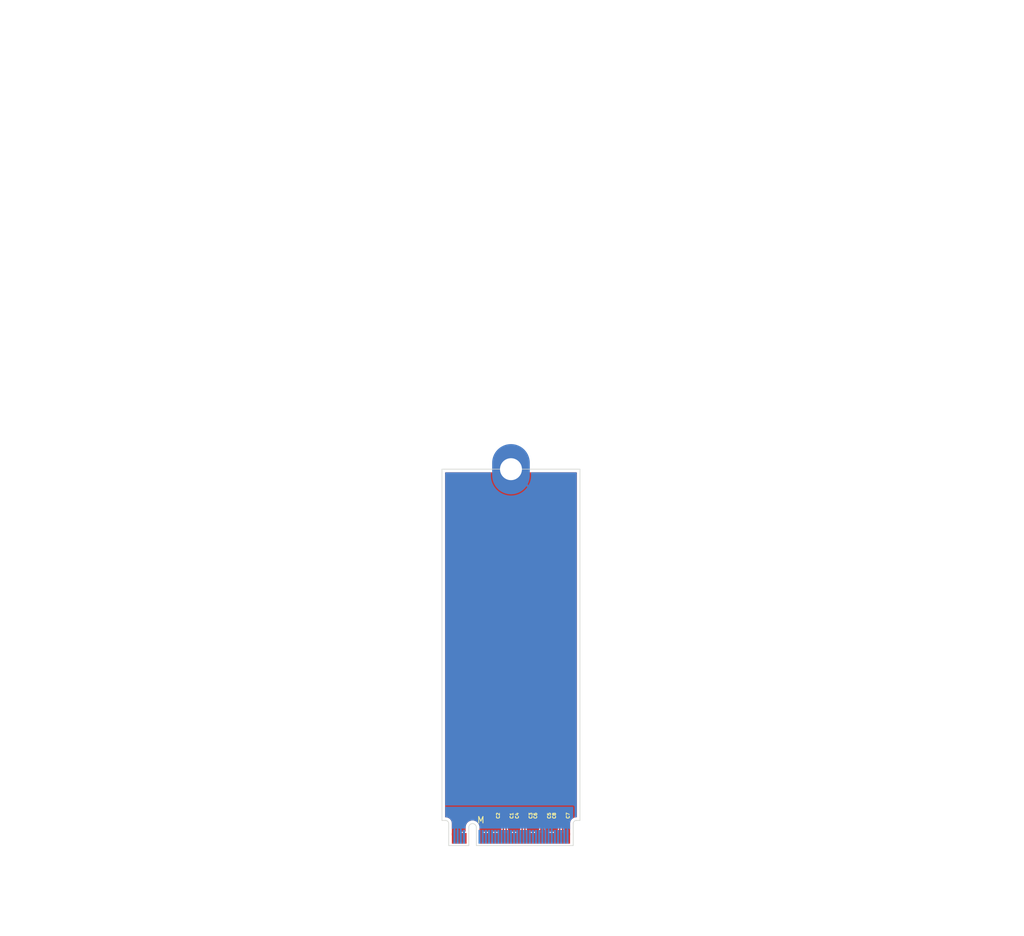
<source format=kicad_pcb>
(kicad_pcb (version 20241229) (generator "pcbnew") (generator_version "9.0")
  (layers (0 "F.Cu" signal) (2 "B.Cu" signal) (13 "F.Paste" user) (15 "B.Paste" user) (5 "F.SilkS" user "F.Silkscreen") (7 "B.SilkS" user "B.Silkscreen") (1 "F.Mask" user) (3 "B.Mask" user) (25 "Edge.Cuts" user))
  (net 0 "")
  (net 1 "/M.2 M Key/PET2P")
  (net 2 "/PET2+")
  (net 3 "/M.2 M Key/PET3P")
  (net 4 "/PET3+")
  (net 5 "/M.2 M Key/PET0N")
  (net 6 "/PET0-")
  (net 7 "/M.2 M Key/PET1N")
  (net 8 "/PET1-")
  (net 9 "/M.2 M Key/PET1P")
  (net 10 "/PET1+")
  (net 11 "/M.2 M Key/PET2N")
  (net 12 "/PET2-")
  (net 13 "/M.2 M Key/PET0P")
  (net 14 "/PET0+")
  (net 15 "/M.2 M Key/PET3N")
  (net 16 "/PET3-")
  (net 17 "GND")
  (net 18 "+3.3V")
  (net 21 "/LED1#")
  (net 22 "/PER3-")
  (net 23 "/PER3+")
  (net 26 "/PER2-")
  (net 28 "/PER2+")
  (net 34 "/PER1-")
  (net 36 "/PER1+")
  (net 37 "/DEVSLP")
  (net 42 "/PER0-")
  (net 44 "/PER0+")
  (net 45 "/PERST#")
  (net 46 "/CLKREQ#")
  (net 47 "/REFCLK-")
  (net 48 "/PEWAKE#")
  (net 49 "/REFCLK+")
  (net 53 "/SUSCLK")
  (net 54 "/PEDET")
  (footprint "Capacitor_SMD:C_0201_0603Metric" (layer "F.Cu") (at 113.805 154.75 90)
    (property "Reference" "C5" (at 0 0.74 90) (layer "F.SilkS") (effects (font (size 0.5 0.5))))
    (property "Value" "220nF")
    (pad "1" smd roundrect (at -0.32 0 90) (size 0.46 0.4) (layers "F.Cu" "F.Mask") (net 11 "/M.2 M Key/PET2N"))
    (pad "2" smd roundrect (at 0.32 0 90) (size 0.46 0.4) (layers "F.Cu" "F.Mask") (net 12 "/PET2-"))
  )
  (footprint "Capacitor_SMD:C_0201_0603Metric" (layer "F.Cu") (at 116.105 154.75 90)
    (property "Reference" "C8" (at 0 -0.75 90) (layer "F.SilkS") (effects (font (size 0.5 0.5))))
    (property "Value" "220nF")
    (pad "1" smd roundrect (at -0.32 0 90) (size 0.46 0.4) (layers "F.Cu" "F.Mask") (net 3 "/M.2 M Key/PET3P"))
    (pad "2" smd roundrect (at 0.32 0 90) (size 0.46 0.4) (layers "F.Cu" "F.Mask") (net 4 "/PET3+"))
  )
  (footprint "Capacitor_SMD:C_0201_0603Metric" (layer "F.Cu") (at 107.105 154.75 90)
    (property "Reference" "C2" (at 0 -0.705 90) (layer "F.SilkS") (effects (font (size 0.5 0.5))))
    (property "Value" "220nF")
    (pad "1" smd roundrect (at -0.32 0 90) (size 0.46 0.4) (layers "F.Cu" "F.Mask") (net 13 "/M.2 M Key/PET0P"))
    (pad "2" smd roundrect (at 0.32 0 90) (size 0.46 0.4) (layers "F.Cu" "F.Mask") (net 14 "/PET0+"))
  )
  (footprint "Capacitor_SMD:C_0201_0603Metric" (layer "F.Cu") (at 107.805 154.75 90)
    (property "Reference" "C1" (at 0 0.765 90) (layer "F.SilkS") (effects (font (size 0.5 0.5))))
    (property "Value" "220nF")
    (pad "1" smd roundrect (at -0.32 0 90) (size 0.46 0.4) (layers "F.Cu" "F.Mask") (net 5 "/M.2 M Key/PET0N"))
    (pad "2" smd roundrect (at 0.32 0 90) (size 0.46 0.4) (layers "F.Cu" "F.Mask") (net 6 "/PET0-"))
  )
  (footprint "PCIexpress:M.2 Mounting Pad" (layer "F.Cu") (at 108.455 99.51)
    (property "Reference" "H1")
    (property "Value" "MountingHole_Pad")
    (pad "1" thru_hole circle (at 0 0) (size 5.5 5.5) (drill 3.5) (property pad_prop_castellated) (layers "*.Cu" "*.Mask") (net 17 "GND") (padstack (mode front_inner_back) (layer "Inner" (shape circle) (size 5.5 5.5)) (layer "B.Cu" (shape oval) (size 6 8))))
  )
  (footprint "Capacitor_SMD:C_0201_0603Metric" (layer "F.Cu") (at 110.805 154.75 90)
    (property "Reference" "C3" (at 0 0.795 90) (layer "F.SilkS") (effects (font (size 0.5 0.5))))
    (property "Value" "220nF")
    (pad "1" smd roundrect (at -0.32 0 90) (size 0.46 0.4) (layers "F.Cu" "F.Mask") (net 7 "/M.2 M Key/PET1N"))
    (pad "2" smd roundrect (at 0.32 0 90) (size 0.46 0.4) (layers "F.Cu" "F.Mask") (net 8 "/PET1-"))
  )
  (footprint "PCIexpress:M.2 M Key Connector" (layer "F.Cu") (at 108.455 158.4)
    (property "Reference" "J1")
    (property "Value" "~")
    (fp_line (start -11 -2.89) (end -10.425 -2.89) (stroke (width 0.1)) (layer "Edge.Cuts"))
    (fp_line (start -9.925 -2.39) (end -9.925 1.11) (stroke (width 0.1)) (layer "Edge.Cuts"))
    (fp_line (start -6.725 -1.79) (end -6.725 1.11) (stroke (width 0.1)) (layer "Edge.Cuts"))
    (fp_line (start -6.725 1.11) (end -9.925 1.11) (stroke (width 0.1)) (layer "Edge.Cuts"))
    (fp_line (start -5.525 -1.79) (end -5.525 1.11) (stroke (width 0.1)) (layer "Edge.Cuts"))
    (fp_line (start -5.525 1.11) (end 9.925 1.11) (stroke (width 0.1)) (layer "Edge.Cuts"))
    (fp_line (start 9.925 -2.39) (end 9.925 1.11) (stroke (width 0.1)) (layer "Edge.Cuts"))
    (fp_line (start 10.425 -2.89) (end 11 -2.89) (stroke (width 0.1)) (layer "Edge.Cuts"))
    (fp_arc (start -10.425 -2.89) (mid -10.071447 -2.743553) (end -9.925 -2.39) (stroke (width 0.1)) (layer "Edge.Cuts"))
    (fp_arc (start -6.725 -1.79) (mid -6.125 -2.39) (end -5.525 -1.79) (stroke (width 0.1)) (layer "Edge.Cuts"))
    (fp_arc (start 9.925 -2.39) (mid 10.071447 -2.743553) (end 10.425 -2.89) (stroke (width 0.1)) (layer "Edge.Cuts"))
    (fp_text user "M" (at -5.475 -2.375 0) (layer "F.SilkS") (effects (justify left bottom)))
    (pad "1" smd rect (at 9.25 -0.04 180) (size 0.35 1.7) (layers "F.Cu") (net 17 "GND"))
    (pad "2" smd rect (at 9 -0.29 180) (size 0.35 2.2) (layers "B.Cu") (net 18 "+3.3V"))
    (pad "3" smd rect (at 8.75 -0.04 180) (size 0.35 1.7) (layers "F.Cu") (net 17 "GND"))
    (pad "4" smd rect (at 8.5 -0.29 180) (size 0.35 2.2) (layers "B.Cu") (net 18 "+3.3V"))
    (pad "5" smd rect (at 8.25 -0.04 180) (size 0.35 1.7) (layers "F.Cu") (net 15 "/M.2 M Key/PET3N"))
    (pad "6" smd rect (at 8 -0.29 180) (size 0.35 2.2) (layers "B.Cu"))
    (pad "7" smd rect (at 7.75 -0.04 180) (size 0.35 1.7) (layers "F.Cu") (net 3 "/M.2 M Key/PET3P"))
    (pad "8" smd rect (at 7.5 -0.29 180) (size 0.35 2.2) (layers "B.Cu"))
    (pad "9" smd rect (at 7.25 -0.04 180) (size 0.35 1.7) (layers "F.Cu") (net 17 "GND"))
    (pad "10" smd rect (at 7 -0.29 180) (size 0.35 2.2) (layers "B.Cu") (net 21 "/LED1#"))
    (pad "11" smd rect (at 6.75 -0.04 180) (size 0.35 1.7) (layers "F.Cu") (net 22 "/PER3-"))
    (pad "12" smd rect (at 6.5 -0.29 180) (size 0.35 2.2) (layers "B.Cu") (net 18 "+3.3V"))
    (pad "13" smd rect (at 6.25 -0.04 180) (size 0.35 1.7) (layers "F.Cu") (net 23 "/PER3+"))
    (pad "14" smd rect (at 6 -0.29 180) (size 0.35 2.2) (layers "B.Cu") (net 18 "+3.3V"))
    (pad "15" smd rect (at 5.75 -0.04 180) (size 0.35 1.7) (layers "F.Cu") (net 17 "GND"))
    (pad "16" smd rect (at 5.5 -0.29 180) (size 0.35 2.2) (layers "B.Cu") (net 18 "+3.3V"))
    (pad "17" smd rect (at 5.25 -0.04 180) (size 0.35 1.7) (layers "F.Cu") (net 11 "/M.2 M Key/PET2N"))
    (pad "18" smd rect (at 5 -0.29 180) (size 0.35 2.2) (layers "B.Cu") (net 18 "+3.3V"))
    (pad "19" smd rect (at 4.75 -0.04 180) (size 0.35 1.7) (layers "F.Cu") (net 1 "/M.2 M Key/PET2P"))
    (pad "20" smd rect (at 4.5 -0.29 180) (size 0.35 2.2) (layers "B.Cu"))
    (pad "21" smd rect (at 4.25 -0.04 180) (size 0.35 1.7) (layers "F.Cu") (net 17 "GND"))
    (pad "22" smd rect (at 4 -0.29 180) (size 0.35 2.2) (layers "B.Cu"))
    (pad "23" smd rect (at 3.75 -0.04 180) (size 0.35 1.7) (layers "F.Cu") (net 26 "/PER2-"))
    (pad "24" smd rect (at 3.5 -0.29 180) (size 0.35 2.2) (layers "B.Cu"))
    (pad "25" smd rect (at 3.25 -0.04 180) (size 0.35 1.7) (layers "F.Cu") (net 28 "/PER2+"))
    (pad "26" smd rect (at 3 -0.29 180) (size 0.35 2.2) (layers "B.Cu"))
    (pad "27" smd rect (at 2.75 -0.04 180) (size 0.35 1.7) (layers "F.Cu") (net 17 "GND"))
    (pad "28" smd rect (at 2.5 -0.29 180) (size 0.35 2.2) (layers "B.Cu"))
    (pad "29" smd rect (at 2.25 -0.04 180) (size 0.35 1.7) (layers "F.Cu") (net 7 "/M.2 M Key/PET1N"))
    (pad "30" smd rect (at 2 -0.29 180) (size 0.35 2.2) (layers "B.Cu"))
    (pad "31" smd rect (at 1.75 -0.04 180) (size 0.35 1.7) (layers "F.Cu") (net 9 "/M.2 M Key/PET1P"))
    (pad "32" smd rect (at 1.5 -0.29 180) (size 0.35 2.2) (layers "B.Cu"))
    (pad "33" smd rect (at 1.25 -0.04 180) (size 0.35 1.7) (layers "F.Cu") (net 17 "GND"))
    (pad "34" smd rect (at 1 -0.29 180) (size 0.35 2.2) (layers "B.Cu"))
    (pad "35" smd rect (at 0.75 -0.04 180) (size 0.35 1.7) (layers "F.Cu") (net 34 "/PER1-"))
    (pad "36" smd rect (at 0.5 -0.29 180) (size 0.35 2.2) (layers "B.Cu"))
    (pad "37" smd rect (at 0.25 -0.04 180) (size 0.35 1.7) (layers "F.Cu") (net 36 "/PER1+"))
    (pad "38" smd rect (at 0 -0.29 180) (size 0.35 2.2) (layers "B.Cu") (net 37 "/DEVSLP"))
    (pad "39" smd rect (at -0.25 -0.04 180) (size 0.35 1.7) (layers "F.Cu") (net 17 "GND"))
    (pad "40" smd rect (at -0.5 -0.29 180) (size 0.35 2.2) (layers "B.Cu"))
    (pad "41" smd rect (at -0.75 -0.04 180) (size 0.35 1.7) (layers "F.Cu") (net 5 "/M.2 M Key/PET0N"))
    (pad "42" smd rect (at -1 -0.29 180) (size 0.35 2.2) (layers "B.Cu"))
    (pad "43" smd rect (at -1.25 -0.04 180) (size 0.35 1.7) (layers "F.Cu") (net 13 "/M.2 M Key/PET0P"))
    (pad "44" smd rect (at -1.5 -0.29 180) (size 0.35 2.2) (layers "B.Cu"))
    (pad "45" smd rect (at -1.75 -0.04 180) (size 0.35 1.7) (layers "F.Cu") (net 17 "GND"))
    (pad "46" smd rect (at -2 -0.29 180) (size 0.35 2.2) (layers "B.Cu"))
    (pad "47" smd rect (at -2.25 -0.04 180) (size 0.35 1.7) (layers "F.Cu") (net 42 "/PER0-"))
    (pad "48" smd rect (at -2.5 -0.29 180) (size 0.35 2.2) (layers "B.Cu"))
    (pad "49" smd rect (at -2.75 -0.04 180) (size 0.35 1.7) (layers "F.Cu") (net 44 "/PER0+"))
    (pad "50" smd rect (at -3 -0.29 180) (size 0.35 2.2) (layers "B.Cu") (net 45 "/PERST#"))
    (pad "51" smd rect (at -3.25 -0.04 180) (size 0.35 1.7) (layers "F.Cu") (net 17 "GND"))
    (pad "52" smd rect (at -3.5 -0.29 180) (size 0.35 2.2) (layers "B.Cu") (net 46 "/CLKREQ#"))
    (pad "53" smd rect (at -3.75 -0.04 180) (size 0.35 1.7) (layers "F.Cu") (net 47 "/REFCLK-"))
    (pad "54" smd rect (at -4 -0.29 180) (size 0.35 2.2) (layers "B.Cu") (net 48 "/PEWAKE#"))
    (pad "55" smd rect (at -4.25 -0.04 180) (size 0.35 1.7) (layers "F.Cu") (net 49 "/REFCLK+"))
    (pad "56" smd rect (at -4.5 -0.29 180) (size 0.35 2.2) (layers "B.Cu"))
    (pad "57" smd rect (at -4.75 -0.04 180) (size 0.35 1.7) (layers "F.Cu") (net 17 "GND"))
    (pad "58" smd rect (at -5 -0.29 180) (size 0.35 2.2) (layers "B.Cu"))
    (pad "67" smd rect (at -7.25 -0.04 180) (size 0.35 1.7) (layers "F.Cu"))
    (pad "68" smd rect (at -7.5 -0.29 180) (size 0.35 2.2) (layers "B.Cu") (net 53 "/SUSCLK"))
    (pad "69" smd rect (at -7.75 -0.04 180) (size 0.35 1.7) (layers "F.Cu") (net 54 "/PEDET"))
    (pad "70" smd rect (at -8 -0.29 180) (size 0.35 2.2) (layers "B.Cu") (net 18 "+3.3V"))
    (pad "71" smd rect (at -8.25 -0.04 180) (size 0.35 1.7) (layers "F.Cu") (net 17 "GND"))
    (pad "72" smd rect (at -8.5 -0.29 180) (size 0.35 2.2) (layers "B.Cu") (net 18 "+3.3V"))
    (pad "73" smd rect (at -8.75 -0.04 180) (size 0.35 1.7) (layers "F.Cu") (net 17 "GND"))
    (pad "74" smd rect (at -9 -0.29 180) (size 0.35 2.2) (layers "B.Cu") (net 18 "+3.3V"))
    (pad "75" smd rect (at -9.25 -0.04 180) (size 0.35 1.7) (layers "F.Cu") (net 17 "GND"))
  )
  (footprint "Capacitor_SMD:C_0201_0603Metric" (layer "F.Cu") (at 113.105 154.75 90)
    (property "Reference" "C6" (at 0 -0.755 90) (layer "F.SilkS") (effects (font (size 0.5 0.5))))
    (property "Value" "220nF")
    (pad "1" smd roundrect (at -0.32 0 90) (size 0.46 0.4) (layers "F.Cu" "F.Mask") (net 1 "/M.2 M Key/PET2P"))
    (pad "2" smd roundrect (at 0.32 0 90) (size 0.46 0.4) (layers "F.Cu" "F.Mask") (net 2 "/PET2+"))
  )
  (footprint "Capacitor_SMD:C_0201_0603Metric" (layer "F.Cu") (at 116.805 154.75 90)
    (property "Reference" "C7" (at 0.005 0.735 90) (layer "F.SilkS") (effects (font (size 0.5 0.5))))
    (property "Value" "220nF")
    (pad "1" smd roundrect (at -0.32 0 90) (size 0.46 0.4) (layers "F.Cu" "F.Mask") (net 15 "/M.2 M Key/PET3N"))
    (pad "2" smd roundrect (at 0.32 0 90) (size 0.46 0.4) (layers "F.Cu" "F.Mask") (net 16 "/PET3-"))
  )
  (footprint "Capacitor_SMD:C_0201_0603Metric" (layer "F.Cu") (at 110.105 154.75 90)
    (property "Reference" "C4" (at 0 -0.675 90) (layer "F.SilkS") (effects (font (size 0.5 0.5))))
    (property "Value" "220nF")
    (pad "1" smd roundrect (at -0.32 0 90) (size 0.46 0.4) (layers "F.Cu" "F.Mask") (net 9 "/M.2 M Key/PET1P"))
    (pad "2" smd roundrect (at 0.32 0 90) (size 0.46 0.4) (layers "F.Cu" "F.Mask") (net 10 "/PET1+"))
  )
  (gr_line (start 119.455 155.51) (end 119.455 99.51) (stroke (width 0.1)) (layer "Edge.Cuts"))
  (gr_line (start 97.455 99.51) (end 97.455 155.51) (stroke (width 0.1)) (layer "Edge.Cuts"))
  (gr_line (start 119.455 99.51) (end 97.455 99.51) (stroke (width 0.1)) (layer "Edge.Cuts"))
  (segment (start 113.23 157.059999) (end 113.23 155.540001) (width 0.2) (layer "F.Cu") (net 1))
  (segment (start 113.23 155.540001) (end 113.105 155.415001) (width 0.2) (layer "F.Cu") (net 1))
  (segment (start 113.105 155.415001) (end 113.105 155.07) (width 0.2) (layer "F.Cu") (net 1))
  (segment (start 113.205 158.36) (end 113.205 157.084999) (width 0.2) (layer "F.Cu") (net 1))
  (segment (start 113.205 157.084999) (end 113.23 157.059999) (width 0.2) (layer "F.Cu") (net 1))
  (segment (start 116.205 158.36) (end 116.205 157.084999) (width 0.2) (layer "F.Cu") (net 3))
  (segment (start 116.23 155.540001) (end 116.105 155.415001) (width 0.2) (layer "F.Cu") (net 3))
  (segment (start 116.23 157.059999) (end 116.23 155.540001) (width 0.2) (layer "F.Cu") (net 3))
  (segment (start 116.205 157.084999) (end 116.23 157.059999) (width 0.2) (layer "F.Cu") (net 3))
  (segment (start 116.105 155.415001) (end 116.105 155.07) (width 0.2) (layer "F.Cu") (net 3))
  (segment (start 107.68 157.059999) (end 107.68 155.540001) (width 0.2) (layer "F.Cu") (net 5))
  (segment (start 107.705 158.36) (end 107.705 157.084999) (width 0.2) (layer "F.Cu") (net 5))
  (segment (start 107.705 157.084999) (end 107.68 157.059999) (width 0.2) (layer "F.Cu") (net 5))
  (segment (start 107.805 155.415001) (end 107.805 155.07) (width 0.2) (layer "F.Cu") (net 5))
  (segment (start 107.68 155.540001) (end 107.805 155.415001) (width 0.2) (layer "F.Cu") (net 5))
  (segment (start 110.68 155.540001) (end 110.805 155.415001) (width 0.2) (layer "F.Cu") (net 7))
  (segment (start 110.805 155.415001) (end 110.805 155.07) (width 0.2) (layer "F.Cu") (net 7))
  (segment (start 110.68 157.059999) (end 110.68 155.540001) (width 0.2) (layer "F.Cu") (net 7))
  (segment (start 110.705 157.084999) (end 110.68 157.059999) (width 0.2) (layer "F.Cu") (net 7))
  (segment (start 110.705 158.36) (end 110.705 157.084999) (width 0.2) (layer "F.Cu") (net 7))
  (segment (start 110.205 158.36) (end 110.205 157.084999) (width 0.2) (layer "F.Cu") (net 9))
  (segment (start 110.23 157.059999) (end 110.23 155.540001) (width 0.2) (layer "F.Cu") (net 9))
  (segment (start 110.205 157.084999) (end 110.23 157.059999) (width 0.2) (layer "F.Cu") (net 9))
  (segment (start 110.105 155.415001) (end 110.105 155.07) (width 0.2) (layer "F.Cu") (net 9))
  (segment (start 110.23 155.540001) (end 110.105 155.415001) (width 0.2) (layer "F.Cu") (net 9))
  (segment (start 113.705 158.36) (end 113.705 157.084999) (width 0.2) (layer "F.Cu") (net 11))
  (segment (start 113.68 157.059999) (end 113.68 155.540001) (width 0.2) (layer "F.Cu") (net 11))
  (segment (start 113.705 157.084999) (end 113.68 157.059999) (width 0.2) (layer "F.Cu") (net 11))
  (segment (start 113.805 155.415001) (end 113.805 155.07) (width 0.2) (layer "F.Cu") (net 11))
  (segment (start 113.68 155.540001) (end 113.805 155.415001) (width 0.2) (layer "F.Cu") (net 11))
  (segment (start 107.23 157.059999) (end 107.23 155.540001) (width 0.2) (layer "F.Cu") (net 13))
  (segment (start 107.205 157.084999) (end 107.23 157.059999) (width 0.2) (layer "F.Cu") (net 13))
  (segment (start 107.23 155.540001) (end 107.105 155.415001) (width 0.2) (layer "F.Cu") (net 13))
  (segment (start 107.205 158.36) (end 107.205 157.084999) (width 0.2) (layer "F.Cu") (net 13))
  (segment (start 107.105 155.415001) (end 107.105 155.07) (width 0.2) (layer "F.Cu") (net 13))
  (segment (start 116.705 158.36) (end 116.705 157.084999) (width 0.2) (layer "F.Cu") (net 15))
  (segment (start 116.68 157.059999) (end 116.68 155.540001) (width 0.2) (layer "F.Cu") (net 15))
  (segment (start 116.68 155.540001) (end 116.805 155.415001) (width 0.2) (layer "F.Cu") (net 15))
  (segment (start 116.705 157.084999) (end 116.68 157.059999) (width 0.2) (layer "F.Cu") (net 15))
  (segment (start 116.805 155.415001) (end 116.805 155.07) (width 0.2) (layer "F.Cu") (net 15))
  (zone (net 17) (net_name "GND") (layers "F.Cu" "B.Cu") (connect_pads (clearance 0.2)) (min_thickness 0.15) (fill yes (thermal_gap 0.2) (thermal_bridge_width 0.35))
    (polygon (pts (xy 93.455 157.92) (xy 93.455 99.595) (xy 123.455 99.595) (xy 123.455 157.84)))
  )
  (zone (net 18) (net_name "+3.3V") (layer "B.Cu") (priority 1) (connect_pads (clearance 0.2)) (min_thickness 0.1) (fill yes (thermal_gap 0.2) (thermal_bridge_width 0.25))
    (polygon (pts (xy 118.38 157.705) (xy 118.38 153.34) (xy 118.365 153.325) (xy 97.91 153.325) (xy 97.91 157.955) (xy 118.13 157.955)))
  )
)
</source>
